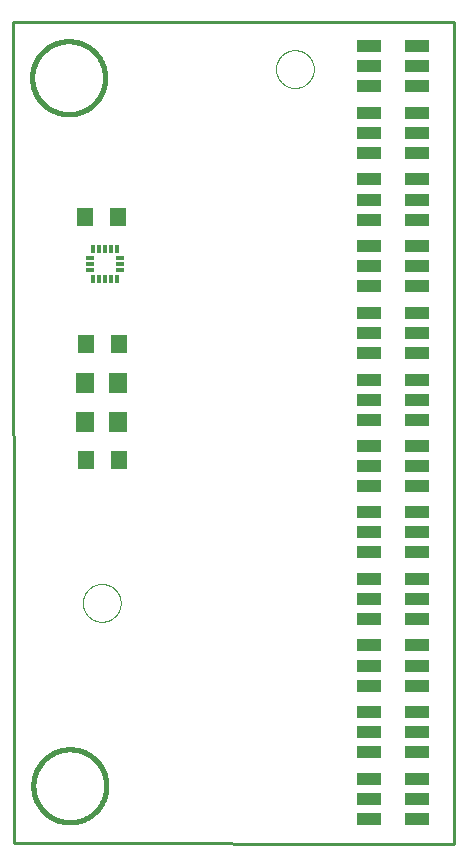
<source format=gtp>
G75*
%MOIN*%
%OFA0B0*%
%FSLAX25Y25*%
%IPPOS*%
%LPD*%
%AMOC8*
5,1,8,0,0,1.08239X$1,22.5*
%
%ADD10C,0.01000*%
%ADD11C,0.00000*%
%ADD12C,0.01600*%
%ADD13R,0.07874X0.04331*%
%ADD14R,0.06299X0.07087*%
%ADD15R,0.05512X0.06299*%
%ADD16R,0.03150X0.01181*%
%ADD17R,0.01181X0.03150*%
D10*
X0110444Y0004527D02*
X0257294Y0004330D01*
X0257098Y0278346D01*
X0110050Y0278346D01*
X0110444Y0004527D01*
D11*
X0133476Y0084645D02*
X0133478Y0084803D01*
X0133484Y0084961D01*
X0133494Y0085119D01*
X0133508Y0085277D01*
X0133526Y0085434D01*
X0133547Y0085591D01*
X0133573Y0085747D01*
X0133603Y0085903D01*
X0133636Y0086058D01*
X0133674Y0086211D01*
X0133715Y0086364D01*
X0133760Y0086516D01*
X0133809Y0086667D01*
X0133862Y0086816D01*
X0133918Y0086964D01*
X0133978Y0087110D01*
X0134042Y0087255D01*
X0134110Y0087398D01*
X0134181Y0087540D01*
X0134255Y0087680D01*
X0134333Y0087817D01*
X0134415Y0087953D01*
X0134499Y0088087D01*
X0134588Y0088218D01*
X0134679Y0088347D01*
X0134774Y0088474D01*
X0134871Y0088599D01*
X0134972Y0088721D01*
X0135076Y0088840D01*
X0135183Y0088957D01*
X0135293Y0089071D01*
X0135406Y0089182D01*
X0135521Y0089291D01*
X0135639Y0089396D01*
X0135760Y0089498D01*
X0135883Y0089598D01*
X0136009Y0089694D01*
X0136137Y0089787D01*
X0136267Y0089877D01*
X0136400Y0089963D01*
X0136535Y0090047D01*
X0136671Y0090126D01*
X0136810Y0090203D01*
X0136951Y0090275D01*
X0137093Y0090345D01*
X0137237Y0090410D01*
X0137383Y0090472D01*
X0137530Y0090530D01*
X0137679Y0090585D01*
X0137829Y0090636D01*
X0137980Y0090683D01*
X0138132Y0090726D01*
X0138285Y0090765D01*
X0138440Y0090801D01*
X0138595Y0090832D01*
X0138751Y0090860D01*
X0138907Y0090884D01*
X0139064Y0090904D01*
X0139222Y0090920D01*
X0139379Y0090932D01*
X0139538Y0090940D01*
X0139696Y0090944D01*
X0139854Y0090944D01*
X0140012Y0090940D01*
X0140171Y0090932D01*
X0140328Y0090920D01*
X0140486Y0090904D01*
X0140643Y0090884D01*
X0140799Y0090860D01*
X0140955Y0090832D01*
X0141110Y0090801D01*
X0141265Y0090765D01*
X0141418Y0090726D01*
X0141570Y0090683D01*
X0141721Y0090636D01*
X0141871Y0090585D01*
X0142020Y0090530D01*
X0142167Y0090472D01*
X0142313Y0090410D01*
X0142457Y0090345D01*
X0142599Y0090275D01*
X0142740Y0090203D01*
X0142879Y0090126D01*
X0143015Y0090047D01*
X0143150Y0089963D01*
X0143283Y0089877D01*
X0143413Y0089787D01*
X0143541Y0089694D01*
X0143667Y0089598D01*
X0143790Y0089498D01*
X0143911Y0089396D01*
X0144029Y0089291D01*
X0144144Y0089182D01*
X0144257Y0089071D01*
X0144367Y0088957D01*
X0144474Y0088840D01*
X0144578Y0088721D01*
X0144679Y0088599D01*
X0144776Y0088474D01*
X0144871Y0088347D01*
X0144962Y0088218D01*
X0145051Y0088087D01*
X0145135Y0087953D01*
X0145217Y0087817D01*
X0145295Y0087680D01*
X0145369Y0087540D01*
X0145440Y0087398D01*
X0145508Y0087255D01*
X0145572Y0087110D01*
X0145632Y0086964D01*
X0145688Y0086816D01*
X0145741Y0086667D01*
X0145790Y0086516D01*
X0145835Y0086364D01*
X0145876Y0086211D01*
X0145914Y0086058D01*
X0145947Y0085903D01*
X0145977Y0085747D01*
X0146003Y0085591D01*
X0146024Y0085434D01*
X0146042Y0085277D01*
X0146056Y0085119D01*
X0146066Y0084961D01*
X0146072Y0084803D01*
X0146074Y0084645D01*
X0146072Y0084487D01*
X0146066Y0084329D01*
X0146056Y0084171D01*
X0146042Y0084013D01*
X0146024Y0083856D01*
X0146003Y0083699D01*
X0145977Y0083543D01*
X0145947Y0083387D01*
X0145914Y0083232D01*
X0145876Y0083079D01*
X0145835Y0082926D01*
X0145790Y0082774D01*
X0145741Y0082623D01*
X0145688Y0082474D01*
X0145632Y0082326D01*
X0145572Y0082180D01*
X0145508Y0082035D01*
X0145440Y0081892D01*
X0145369Y0081750D01*
X0145295Y0081610D01*
X0145217Y0081473D01*
X0145135Y0081337D01*
X0145051Y0081203D01*
X0144962Y0081072D01*
X0144871Y0080943D01*
X0144776Y0080816D01*
X0144679Y0080691D01*
X0144578Y0080569D01*
X0144474Y0080450D01*
X0144367Y0080333D01*
X0144257Y0080219D01*
X0144144Y0080108D01*
X0144029Y0079999D01*
X0143911Y0079894D01*
X0143790Y0079792D01*
X0143667Y0079692D01*
X0143541Y0079596D01*
X0143413Y0079503D01*
X0143283Y0079413D01*
X0143150Y0079327D01*
X0143015Y0079243D01*
X0142879Y0079164D01*
X0142740Y0079087D01*
X0142599Y0079015D01*
X0142457Y0078945D01*
X0142313Y0078880D01*
X0142167Y0078818D01*
X0142020Y0078760D01*
X0141871Y0078705D01*
X0141721Y0078654D01*
X0141570Y0078607D01*
X0141418Y0078564D01*
X0141265Y0078525D01*
X0141110Y0078489D01*
X0140955Y0078458D01*
X0140799Y0078430D01*
X0140643Y0078406D01*
X0140486Y0078386D01*
X0140328Y0078370D01*
X0140171Y0078358D01*
X0140012Y0078350D01*
X0139854Y0078346D01*
X0139696Y0078346D01*
X0139538Y0078350D01*
X0139379Y0078358D01*
X0139222Y0078370D01*
X0139064Y0078386D01*
X0138907Y0078406D01*
X0138751Y0078430D01*
X0138595Y0078458D01*
X0138440Y0078489D01*
X0138285Y0078525D01*
X0138132Y0078564D01*
X0137980Y0078607D01*
X0137829Y0078654D01*
X0137679Y0078705D01*
X0137530Y0078760D01*
X0137383Y0078818D01*
X0137237Y0078880D01*
X0137093Y0078945D01*
X0136951Y0079015D01*
X0136810Y0079087D01*
X0136671Y0079164D01*
X0136535Y0079243D01*
X0136400Y0079327D01*
X0136267Y0079413D01*
X0136137Y0079503D01*
X0136009Y0079596D01*
X0135883Y0079692D01*
X0135760Y0079792D01*
X0135639Y0079894D01*
X0135521Y0079999D01*
X0135406Y0080108D01*
X0135293Y0080219D01*
X0135183Y0080333D01*
X0135076Y0080450D01*
X0134972Y0080569D01*
X0134871Y0080691D01*
X0134774Y0080816D01*
X0134679Y0080943D01*
X0134588Y0081072D01*
X0134499Y0081203D01*
X0134415Y0081337D01*
X0134333Y0081473D01*
X0134255Y0081610D01*
X0134181Y0081750D01*
X0134110Y0081892D01*
X0134042Y0082035D01*
X0133978Y0082180D01*
X0133918Y0082326D01*
X0133862Y0082474D01*
X0133809Y0082623D01*
X0133760Y0082774D01*
X0133715Y0082926D01*
X0133674Y0083079D01*
X0133636Y0083232D01*
X0133603Y0083387D01*
X0133573Y0083543D01*
X0133547Y0083699D01*
X0133526Y0083856D01*
X0133508Y0084013D01*
X0133494Y0084171D01*
X0133484Y0084329D01*
X0133478Y0084487D01*
X0133476Y0084645D01*
X0197846Y0262597D02*
X0197848Y0262755D01*
X0197854Y0262913D01*
X0197864Y0263071D01*
X0197878Y0263229D01*
X0197896Y0263386D01*
X0197917Y0263543D01*
X0197943Y0263699D01*
X0197973Y0263855D01*
X0198006Y0264010D01*
X0198044Y0264163D01*
X0198085Y0264316D01*
X0198130Y0264468D01*
X0198179Y0264619D01*
X0198232Y0264768D01*
X0198288Y0264916D01*
X0198348Y0265062D01*
X0198412Y0265207D01*
X0198480Y0265350D01*
X0198551Y0265492D01*
X0198625Y0265632D01*
X0198703Y0265769D01*
X0198785Y0265905D01*
X0198869Y0266039D01*
X0198958Y0266170D01*
X0199049Y0266299D01*
X0199144Y0266426D01*
X0199241Y0266551D01*
X0199342Y0266673D01*
X0199446Y0266792D01*
X0199553Y0266909D01*
X0199663Y0267023D01*
X0199776Y0267134D01*
X0199891Y0267243D01*
X0200009Y0267348D01*
X0200130Y0267450D01*
X0200253Y0267550D01*
X0200379Y0267646D01*
X0200507Y0267739D01*
X0200637Y0267829D01*
X0200770Y0267915D01*
X0200905Y0267999D01*
X0201041Y0268078D01*
X0201180Y0268155D01*
X0201321Y0268227D01*
X0201463Y0268297D01*
X0201607Y0268362D01*
X0201753Y0268424D01*
X0201900Y0268482D01*
X0202049Y0268537D01*
X0202199Y0268588D01*
X0202350Y0268635D01*
X0202502Y0268678D01*
X0202655Y0268717D01*
X0202810Y0268753D01*
X0202965Y0268784D01*
X0203121Y0268812D01*
X0203277Y0268836D01*
X0203434Y0268856D01*
X0203592Y0268872D01*
X0203749Y0268884D01*
X0203908Y0268892D01*
X0204066Y0268896D01*
X0204224Y0268896D01*
X0204382Y0268892D01*
X0204541Y0268884D01*
X0204698Y0268872D01*
X0204856Y0268856D01*
X0205013Y0268836D01*
X0205169Y0268812D01*
X0205325Y0268784D01*
X0205480Y0268753D01*
X0205635Y0268717D01*
X0205788Y0268678D01*
X0205940Y0268635D01*
X0206091Y0268588D01*
X0206241Y0268537D01*
X0206390Y0268482D01*
X0206537Y0268424D01*
X0206683Y0268362D01*
X0206827Y0268297D01*
X0206969Y0268227D01*
X0207110Y0268155D01*
X0207249Y0268078D01*
X0207385Y0267999D01*
X0207520Y0267915D01*
X0207653Y0267829D01*
X0207783Y0267739D01*
X0207911Y0267646D01*
X0208037Y0267550D01*
X0208160Y0267450D01*
X0208281Y0267348D01*
X0208399Y0267243D01*
X0208514Y0267134D01*
X0208627Y0267023D01*
X0208737Y0266909D01*
X0208844Y0266792D01*
X0208948Y0266673D01*
X0209049Y0266551D01*
X0209146Y0266426D01*
X0209241Y0266299D01*
X0209332Y0266170D01*
X0209421Y0266039D01*
X0209505Y0265905D01*
X0209587Y0265769D01*
X0209665Y0265632D01*
X0209739Y0265492D01*
X0209810Y0265350D01*
X0209878Y0265207D01*
X0209942Y0265062D01*
X0210002Y0264916D01*
X0210058Y0264768D01*
X0210111Y0264619D01*
X0210160Y0264468D01*
X0210205Y0264316D01*
X0210246Y0264163D01*
X0210284Y0264010D01*
X0210317Y0263855D01*
X0210347Y0263699D01*
X0210373Y0263543D01*
X0210394Y0263386D01*
X0210412Y0263229D01*
X0210426Y0263071D01*
X0210436Y0262913D01*
X0210442Y0262755D01*
X0210444Y0262597D01*
X0210442Y0262439D01*
X0210436Y0262281D01*
X0210426Y0262123D01*
X0210412Y0261965D01*
X0210394Y0261808D01*
X0210373Y0261651D01*
X0210347Y0261495D01*
X0210317Y0261339D01*
X0210284Y0261184D01*
X0210246Y0261031D01*
X0210205Y0260878D01*
X0210160Y0260726D01*
X0210111Y0260575D01*
X0210058Y0260426D01*
X0210002Y0260278D01*
X0209942Y0260132D01*
X0209878Y0259987D01*
X0209810Y0259844D01*
X0209739Y0259702D01*
X0209665Y0259562D01*
X0209587Y0259425D01*
X0209505Y0259289D01*
X0209421Y0259155D01*
X0209332Y0259024D01*
X0209241Y0258895D01*
X0209146Y0258768D01*
X0209049Y0258643D01*
X0208948Y0258521D01*
X0208844Y0258402D01*
X0208737Y0258285D01*
X0208627Y0258171D01*
X0208514Y0258060D01*
X0208399Y0257951D01*
X0208281Y0257846D01*
X0208160Y0257744D01*
X0208037Y0257644D01*
X0207911Y0257548D01*
X0207783Y0257455D01*
X0207653Y0257365D01*
X0207520Y0257279D01*
X0207385Y0257195D01*
X0207249Y0257116D01*
X0207110Y0257039D01*
X0206969Y0256967D01*
X0206827Y0256897D01*
X0206683Y0256832D01*
X0206537Y0256770D01*
X0206390Y0256712D01*
X0206241Y0256657D01*
X0206091Y0256606D01*
X0205940Y0256559D01*
X0205788Y0256516D01*
X0205635Y0256477D01*
X0205480Y0256441D01*
X0205325Y0256410D01*
X0205169Y0256382D01*
X0205013Y0256358D01*
X0204856Y0256338D01*
X0204698Y0256322D01*
X0204541Y0256310D01*
X0204382Y0256302D01*
X0204224Y0256298D01*
X0204066Y0256298D01*
X0203908Y0256302D01*
X0203749Y0256310D01*
X0203592Y0256322D01*
X0203434Y0256338D01*
X0203277Y0256358D01*
X0203121Y0256382D01*
X0202965Y0256410D01*
X0202810Y0256441D01*
X0202655Y0256477D01*
X0202502Y0256516D01*
X0202350Y0256559D01*
X0202199Y0256606D01*
X0202049Y0256657D01*
X0201900Y0256712D01*
X0201753Y0256770D01*
X0201607Y0256832D01*
X0201463Y0256897D01*
X0201321Y0256967D01*
X0201180Y0257039D01*
X0201041Y0257116D01*
X0200905Y0257195D01*
X0200770Y0257279D01*
X0200637Y0257365D01*
X0200507Y0257455D01*
X0200379Y0257548D01*
X0200253Y0257644D01*
X0200130Y0257744D01*
X0200009Y0257846D01*
X0199891Y0257951D01*
X0199776Y0258060D01*
X0199663Y0258171D01*
X0199553Y0258285D01*
X0199446Y0258402D01*
X0199342Y0258521D01*
X0199241Y0258643D01*
X0199144Y0258768D01*
X0199049Y0258895D01*
X0198958Y0259024D01*
X0198869Y0259155D01*
X0198785Y0259289D01*
X0198703Y0259425D01*
X0198625Y0259562D01*
X0198551Y0259702D01*
X0198480Y0259844D01*
X0198412Y0259987D01*
X0198348Y0260132D01*
X0198288Y0260278D01*
X0198232Y0260426D01*
X0198179Y0260575D01*
X0198130Y0260726D01*
X0198085Y0260878D01*
X0198044Y0261031D01*
X0198006Y0261184D01*
X0197973Y0261339D01*
X0197943Y0261495D01*
X0197917Y0261651D01*
X0197896Y0261808D01*
X0197878Y0261965D01*
X0197864Y0262123D01*
X0197854Y0262281D01*
X0197848Y0262439D01*
X0197846Y0262597D01*
D12*
X0116567Y0259696D02*
X0116571Y0259995D01*
X0116582Y0260293D01*
X0116600Y0260591D01*
X0116626Y0260889D01*
X0116659Y0261185D01*
X0116699Y0261481D01*
X0116746Y0261776D01*
X0116801Y0262070D01*
X0116863Y0262362D01*
X0116932Y0262653D01*
X0117008Y0262941D01*
X0117091Y0263228D01*
X0117181Y0263513D01*
X0117278Y0263795D01*
X0117382Y0264075D01*
X0117493Y0264352D01*
X0117611Y0264627D01*
X0117735Y0264898D01*
X0117866Y0265167D01*
X0118004Y0265432D01*
X0118148Y0265694D01*
X0118298Y0265952D01*
X0118455Y0266206D01*
X0118618Y0266456D01*
X0118787Y0266702D01*
X0118962Y0266944D01*
X0119142Y0267182D01*
X0119329Y0267415D01*
X0119521Y0267644D01*
X0119719Y0267868D01*
X0119922Y0268086D01*
X0120131Y0268300D01*
X0120345Y0268509D01*
X0120563Y0268712D01*
X0120787Y0268910D01*
X0121016Y0269102D01*
X0121249Y0269289D01*
X0121487Y0269469D01*
X0121729Y0269644D01*
X0121975Y0269813D01*
X0122225Y0269976D01*
X0122479Y0270133D01*
X0122737Y0270283D01*
X0122999Y0270427D01*
X0123264Y0270565D01*
X0123533Y0270696D01*
X0123804Y0270820D01*
X0124079Y0270938D01*
X0124356Y0271049D01*
X0124636Y0271153D01*
X0124918Y0271250D01*
X0125203Y0271340D01*
X0125490Y0271423D01*
X0125778Y0271499D01*
X0126069Y0271568D01*
X0126361Y0271630D01*
X0126655Y0271685D01*
X0126950Y0271732D01*
X0127246Y0271772D01*
X0127542Y0271805D01*
X0127840Y0271831D01*
X0128138Y0271849D01*
X0128436Y0271860D01*
X0128735Y0271864D01*
X0129034Y0271860D01*
X0129332Y0271849D01*
X0129630Y0271831D01*
X0129928Y0271805D01*
X0130224Y0271772D01*
X0130520Y0271732D01*
X0130815Y0271685D01*
X0131109Y0271630D01*
X0131401Y0271568D01*
X0131692Y0271499D01*
X0131980Y0271423D01*
X0132267Y0271340D01*
X0132552Y0271250D01*
X0132834Y0271153D01*
X0133114Y0271049D01*
X0133391Y0270938D01*
X0133666Y0270820D01*
X0133937Y0270696D01*
X0134206Y0270565D01*
X0134471Y0270427D01*
X0134733Y0270283D01*
X0134991Y0270133D01*
X0135245Y0269976D01*
X0135495Y0269813D01*
X0135741Y0269644D01*
X0135983Y0269469D01*
X0136221Y0269289D01*
X0136454Y0269102D01*
X0136683Y0268910D01*
X0136907Y0268712D01*
X0137125Y0268509D01*
X0137339Y0268300D01*
X0137548Y0268086D01*
X0137751Y0267868D01*
X0137949Y0267644D01*
X0138141Y0267415D01*
X0138328Y0267182D01*
X0138508Y0266944D01*
X0138683Y0266702D01*
X0138852Y0266456D01*
X0139015Y0266206D01*
X0139172Y0265952D01*
X0139322Y0265694D01*
X0139466Y0265432D01*
X0139604Y0265167D01*
X0139735Y0264898D01*
X0139859Y0264627D01*
X0139977Y0264352D01*
X0140088Y0264075D01*
X0140192Y0263795D01*
X0140289Y0263513D01*
X0140379Y0263228D01*
X0140462Y0262941D01*
X0140538Y0262653D01*
X0140607Y0262362D01*
X0140669Y0262070D01*
X0140724Y0261776D01*
X0140771Y0261481D01*
X0140811Y0261185D01*
X0140844Y0260889D01*
X0140870Y0260591D01*
X0140888Y0260293D01*
X0140899Y0259995D01*
X0140903Y0259696D01*
X0140899Y0259397D01*
X0140888Y0259099D01*
X0140870Y0258801D01*
X0140844Y0258503D01*
X0140811Y0258207D01*
X0140771Y0257911D01*
X0140724Y0257616D01*
X0140669Y0257322D01*
X0140607Y0257030D01*
X0140538Y0256739D01*
X0140462Y0256451D01*
X0140379Y0256164D01*
X0140289Y0255879D01*
X0140192Y0255597D01*
X0140088Y0255317D01*
X0139977Y0255040D01*
X0139859Y0254765D01*
X0139735Y0254494D01*
X0139604Y0254225D01*
X0139466Y0253960D01*
X0139322Y0253698D01*
X0139172Y0253440D01*
X0139015Y0253186D01*
X0138852Y0252936D01*
X0138683Y0252690D01*
X0138508Y0252448D01*
X0138328Y0252210D01*
X0138141Y0251977D01*
X0137949Y0251748D01*
X0137751Y0251524D01*
X0137548Y0251306D01*
X0137339Y0251092D01*
X0137125Y0250883D01*
X0136907Y0250680D01*
X0136683Y0250482D01*
X0136454Y0250290D01*
X0136221Y0250103D01*
X0135983Y0249923D01*
X0135741Y0249748D01*
X0135495Y0249579D01*
X0135245Y0249416D01*
X0134991Y0249259D01*
X0134733Y0249109D01*
X0134471Y0248965D01*
X0134206Y0248827D01*
X0133937Y0248696D01*
X0133666Y0248572D01*
X0133391Y0248454D01*
X0133114Y0248343D01*
X0132834Y0248239D01*
X0132552Y0248142D01*
X0132267Y0248052D01*
X0131980Y0247969D01*
X0131692Y0247893D01*
X0131401Y0247824D01*
X0131109Y0247762D01*
X0130815Y0247707D01*
X0130520Y0247660D01*
X0130224Y0247620D01*
X0129928Y0247587D01*
X0129630Y0247561D01*
X0129332Y0247543D01*
X0129034Y0247532D01*
X0128735Y0247528D01*
X0128436Y0247532D01*
X0128138Y0247543D01*
X0127840Y0247561D01*
X0127542Y0247587D01*
X0127246Y0247620D01*
X0126950Y0247660D01*
X0126655Y0247707D01*
X0126361Y0247762D01*
X0126069Y0247824D01*
X0125778Y0247893D01*
X0125490Y0247969D01*
X0125203Y0248052D01*
X0124918Y0248142D01*
X0124636Y0248239D01*
X0124356Y0248343D01*
X0124079Y0248454D01*
X0123804Y0248572D01*
X0123533Y0248696D01*
X0123264Y0248827D01*
X0122999Y0248965D01*
X0122737Y0249109D01*
X0122479Y0249259D01*
X0122225Y0249416D01*
X0121975Y0249579D01*
X0121729Y0249748D01*
X0121487Y0249923D01*
X0121249Y0250103D01*
X0121016Y0250290D01*
X0120787Y0250482D01*
X0120563Y0250680D01*
X0120345Y0250883D01*
X0120131Y0251092D01*
X0119922Y0251306D01*
X0119719Y0251524D01*
X0119521Y0251748D01*
X0119329Y0251977D01*
X0119142Y0252210D01*
X0118962Y0252448D01*
X0118787Y0252690D01*
X0118618Y0252936D01*
X0118455Y0253186D01*
X0118298Y0253440D01*
X0118148Y0253698D01*
X0118004Y0253960D01*
X0117866Y0254225D01*
X0117735Y0254494D01*
X0117611Y0254765D01*
X0117493Y0255040D01*
X0117382Y0255317D01*
X0117278Y0255597D01*
X0117181Y0255879D01*
X0117091Y0256164D01*
X0117008Y0256451D01*
X0116932Y0256739D01*
X0116863Y0257030D01*
X0116801Y0257322D01*
X0116746Y0257616D01*
X0116699Y0257911D01*
X0116659Y0258207D01*
X0116626Y0258503D01*
X0116600Y0258801D01*
X0116582Y0259099D01*
X0116571Y0259397D01*
X0116567Y0259696D01*
X0116961Y0023672D02*
X0116965Y0023971D01*
X0116976Y0024269D01*
X0116994Y0024567D01*
X0117020Y0024865D01*
X0117053Y0025161D01*
X0117093Y0025457D01*
X0117140Y0025752D01*
X0117195Y0026046D01*
X0117257Y0026338D01*
X0117326Y0026629D01*
X0117402Y0026917D01*
X0117485Y0027204D01*
X0117575Y0027489D01*
X0117672Y0027771D01*
X0117776Y0028051D01*
X0117887Y0028328D01*
X0118005Y0028603D01*
X0118129Y0028874D01*
X0118260Y0029143D01*
X0118398Y0029408D01*
X0118542Y0029670D01*
X0118692Y0029928D01*
X0118849Y0030182D01*
X0119012Y0030432D01*
X0119181Y0030678D01*
X0119356Y0030920D01*
X0119536Y0031158D01*
X0119723Y0031391D01*
X0119915Y0031620D01*
X0120113Y0031844D01*
X0120316Y0032062D01*
X0120525Y0032276D01*
X0120739Y0032485D01*
X0120957Y0032688D01*
X0121181Y0032886D01*
X0121410Y0033078D01*
X0121643Y0033265D01*
X0121881Y0033445D01*
X0122123Y0033620D01*
X0122369Y0033789D01*
X0122619Y0033952D01*
X0122873Y0034109D01*
X0123131Y0034259D01*
X0123393Y0034403D01*
X0123658Y0034541D01*
X0123927Y0034672D01*
X0124198Y0034796D01*
X0124473Y0034914D01*
X0124750Y0035025D01*
X0125030Y0035129D01*
X0125312Y0035226D01*
X0125597Y0035316D01*
X0125884Y0035399D01*
X0126172Y0035475D01*
X0126463Y0035544D01*
X0126755Y0035606D01*
X0127049Y0035661D01*
X0127344Y0035708D01*
X0127640Y0035748D01*
X0127936Y0035781D01*
X0128234Y0035807D01*
X0128532Y0035825D01*
X0128830Y0035836D01*
X0129129Y0035840D01*
X0129428Y0035836D01*
X0129726Y0035825D01*
X0130024Y0035807D01*
X0130322Y0035781D01*
X0130618Y0035748D01*
X0130914Y0035708D01*
X0131209Y0035661D01*
X0131503Y0035606D01*
X0131795Y0035544D01*
X0132086Y0035475D01*
X0132374Y0035399D01*
X0132661Y0035316D01*
X0132946Y0035226D01*
X0133228Y0035129D01*
X0133508Y0035025D01*
X0133785Y0034914D01*
X0134060Y0034796D01*
X0134331Y0034672D01*
X0134600Y0034541D01*
X0134865Y0034403D01*
X0135127Y0034259D01*
X0135385Y0034109D01*
X0135639Y0033952D01*
X0135889Y0033789D01*
X0136135Y0033620D01*
X0136377Y0033445D01*
X0136615Y0033265D01*
X0136848Y0033078D01*
X0137077Y0032886D01*
X0137301Y0032688D01*
X0137519Y0032485D01*
X0137733Y0032276D01*
X0137942Y0032062D01*
X0138145Y0031844D01*
X0138343Y0031620D01*
X0138535Y0031391D01*
X0138722Y0031158D01*
X0138902Y0030920D01*
X0139077Y0030678D01*
X0139246Y0030432D01*
X0139409Y0030182D01*
X0139566Y0029928D01*
X0139716Y0029670D01*
X0139860Y0029408D01*
X0139998Y0029143D01*
X0140129Y0028874D01*
X0140253Y0028603D01*
X0140371Y0028328D01*
X0140482Y0028051D01*
X0140586Y0027771D01*
X0140683Y0027489D01*
X0140773Y0027204D01*
X0140856Y0026917D01*
X0140932Y0026629D01*
X0141001Y0026338D01*
X0141063Y0026046D01*
X0141118Y0025752D01*
X0141165Y0025457D01*
X0141205Y0025161D01*
X0141238Y0024865D01*
X0141264Y0024567D01*
X0141282Y0024269D01*
X0141293Y0023971D01*
X0141297Y0023672D01*
X0141293Y0023373D01*
X0141282Y0023075D01*
X0141264Y0022777D01*
X0141238Y0022479D01*
X0141205Y0022183D01*
X0141165Y0021887D01*
X0141118Y0021592D01*
X0141063Y0021298D01*
X0141001Y0021006D01*
X0140932Y0020715D01*
X0140856Y0020427D01*
X0140773Y0020140D01*
X0140683Y0019855D01*
X0140586Y0019573D01*
X0140482Y0019293D01*
X0140371Y0019016D01*
X0140253Y0018741D01*
X0140129Y0018470D01*
X0139998Y0018201D01*
X0139860Y0017936D01*
X0139716Y0017674D01*
X0139566Y0017416D01*
X0139409Y0017162D01*
X0139246Y0016912D01*
X0139077Y0016666D01*
X0138902Y0016424D01*
X0138722Y0016186D01*
X0138535Y0015953D01*
X0138343Y0015724D01*
X0138145Y0015500D01*
X0137942Y0015282D01*
X0137733Y0015068D01*
X0137519Y0014859D01*
X0137301Y0014656D01*
X0137077Y0014458D01*
X0136848Y0014266D01*
X0136615Y0014079D01*
X0136377Y0013899D01*
X0136135Y0013724D01*
X0135889Y0013555D01*
X0135639Y0013392D01*
X0135385Y0013235D01*
X0135127Y0013085D01*
X0134865Y0012941D01*
X0134600Y0012803D01*
X0134331Y0012672D01*
X0134060Y0012548D01*
X0133785Y0012430D01*
X0133508Y0012319D01*
X0133228Y0012215D01*
X0132946Y0012118D01*
X0132661Y0012028D01*
X0132374Y0011945D01*
X0132086Y0011869D01*
X0131795Y0011800D01*
X0131503Y0011738D01*
X0131209Y0011683D01*
X0130914Y0011636D01*
X0130618Y0011596D01*
X0130322Y0011563D01*
X0130024Y0011537D01*
X0129726Y0011519D01*
X0129428Y0011508D01*
X0129129Y0011504D01*
X0128830Y0011508D01*
X0128532Y0011519D01*
X0128234Y0011537D01*
X0127936Y0011563D01*
X0127640Y0011596D01*
X0127344Y0011636D01*
X0127049Y0011683D01*
X0126755Y0011738D01*
X0126463Y0011800D01*
X0126172Y0011869D01*
X0125884Y0011945D01*
X0125597Y0012028D01*
X0125312Y0012118D01*
X0125030Y0012215D01*
X0124750Y0012319D01*
X0124473Y0012430D01*
X0124198Y0012548D01*
X0123927Y0012672D01*
X0123658Y0012803D01*
X0123393Y0012941D01*
X0123131Y0013085D01*
X0122873Y0013235D01*
X0122619Y0013392D01*
X0122369Y0013555D01*
X0122123Y0013724D01*
X0121881Y0013899D01*
X0121643Y0014079D01*
X0121410Y0014266D01*
X0121181Y0014458D01*
X0120957Y0014656D01*
X0120739Y0014859D01*
X0120525Y0015068D01*
X0120316Y0015282D01*
X0120113Y0015500D01*
X0119915Y0015724D01*
X0119723Y0015953D01*
X0119536Y0016186D01*
X0119356Y0016424D01*
X0119181Y0016666D01*
X0119012Y0016912D01*
X0118849Y0017162D01*
X0118692Y0017416D01*
X0118542Y0017674D01*
X0118398Y0017936D01*
X0118260Y0018201D01*
X0118129Y0018470D01*
X0118005Y0018741D01*
X0117887Y0019016D01*
X0117776Y0019293D01*
X0117672Y0019573D01*
X0117575Y0019855D01*
X0117485Y0020140D01*
X0117402Y0020427D01*
X0117326Y0020715D01*
X0117257Y0021006D01*
X0117195Y0021298D01*
X0117140Y0021592D01*
X0117093Y0021887D01*
X0117053Y0022183D01*
X0117020Y0022479D01*
X0116994Y0022777D01*
X0116976Y0023075D01*
X0116965Y0023373D01*
X0116961Y0023672D01*
D13*
X0228948Y0025983D03*
X0228948Y0019290D03*
X0228948Y0012597D03*
X0244696Y0012597D03*
X0244696Y0019290D03*
X0244696Y0025983D03*
X0244696Y0034842D03*
X0244696Y0041534D03*
X0244696Y0048227D03*
X0244696Y0057086D03*
X0244696Y0063779D03*
X0244696Y0070472D03*
X0244696Y0079330D03*
X0244696Y0086023D03*
X0244696Y0092716D03*
X0244696Y0101574D03*
X0244696Y0108267D03*
X0244696Y0114960D03*
X0244696Y0123621D03*
X0244696Y0130314D03*
X0244696Y0137007D03*
X0244696Y0145668D03*
X0244696Y0152361D03*
X0244696Y0159054D03*
X0244696Y0167912D03*
X0244696Y0174605D03*
X0244696Y0181298D03*
X0244696Y0190157D03*
X0244696Y0196849D03*
X0244696Y0203542D03*
X0244696Y0212401D03*
X0244696Y0219094D03*
X0244696Y0225786D03*
X0244696Y0234645D03*
X0244696Y0241338D03*
X0244696Y0248031D03*
X0244696Y0256889D03*
X0244696Y0263582D03*
X0244696Y0270275D03*
X0228948Y0270275D03*
X0228948Y0263582D03*
X0228948Y0256889D03*
X0228948Y0248031D03*
X0228948Y0241338D03*
X0228948Y0234645D03*
X0228948Y0225786D03*
X0228948Y0219094D03*
X0228948Y0212401D03*
X0228948Y0203542D03*
X0228948Y0196849D03*
X0228948Y0190157D03*
X0228948Y0181298D03*
X0228948Y0174605D03*
X0228948Y0167912D03*
X0228948Y0159054D03*
X0228948Y0152361D03*
X0228948Y0145668D03*
X0228948Y0137007D03*
X0228948Y0130314D03*
X0228948Y0123621D03*
X0228948Y0114960D03*
X0228948Y0108267D03*
X0228948Y0101574D03*
X0228948Y0092716D03*
X0228948Y0086023D03*
X0228948Y0079330D03*
X0228948Y0070472D03*
X0228948Y0063779D03*
X0228948Y0057086D03*
X0228948Y0048227D03*
X0228948Y0041534D03*
X0228948Y0034842D03*
D14*
X0145287Y0144944D03*
X0134263Y0144944D03*
X0134263Y0157936D03*
X0145287Y0157936D03*
D15*
X0145467Y0170917D03*
X0134444Y0170917D03*
X0134457Y0132290D03*
X0145480Y0132290D03*
X0145178Y0213370D03*
X0134155Y0213370D03*
D16*
X0135920Y0199657D03*
X0135920Y0197688D03*
X0135920Y0195720D03*
X0145959Y0195720D03*
X0145959Y0197688D03*
X0145959Y0199657D03*
D17*
X0144877Y0202708D03*
X0142908Y0202708D03*
X0140940Y0202708D03*
X0138971Y0202708D03*
X0137003Y0202708D03*
X0137003Y0192669D03*
X0138971Y0192669D03*
X0140940Y0192669D03*
X0142908Y0192669D03*
X0144877Y0192669D03*
M02*

</source>
